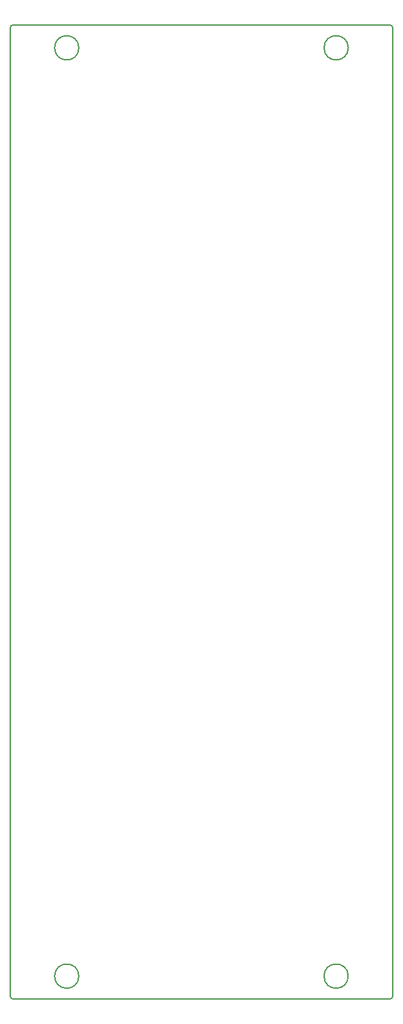
<source format=gbr>
G04 #@! TF.GenerationSoftware,KiCad,Pcbnew,6.0.11-2627ca5db0~126~ubuntu22.04.1*
G04 #@! TF.CreationDate,2023-07-01T13:56:55+02:00*
G04 #@! TF.ProjectId,OpenThereminV41,4f70656e-5468-4657-9265-6d696e563431,rev?*
G04 #@! TF.SameCoordinates,Original*
G04 #@! TF.FileFunction,Profile,NP*
%FSLAX46Y46*%
G04 Gerber Fmt 4.6, Leading zero omitted, Abs format (unit mm)*
G04 Created by KiCad (PCBNEW 6.0.11-2627ca5db0~126~ubuntu22.04.1) date 2023-07-01 13:56:55*
%MOMM*%
%LPD*%
G01*
G04 APERTURE LIST*
G04 #@! TA.AperFunction,Profile*
%ADD10C,0.200000*%
G04 #@! TD*
G04 APERTURE END LIST*
D10*
X74750000Y-36550000D02*
X74750000Y-145250000D01*
X119400000Y-161750000D02*
G75*
G03*
X119400000Y-161750000I-1600000J0D01*
G01*
X83800000Y-39250000D02*
G75*
G03*
X83800000Y-39250000I-1600000J0D01*
G01*
X75050000Y-36250000D02*
G75*
G03*
X74750000Y-36550000I0J-300000D01*
G01*
X74750000Y-164450000D02*
G75*
G03*
X75050000Y-164750000I300000J0D01*
G01*
X124950000Y-164750000D02*
G75*
G03*
X125250000Y-164450000I0J300000D01*
G01*
X125250000Y-164450000D02*
X125250000Y-36550000D01*
X83800000Y-161750000D02*
G75*
G03*
X83800000Y-161750000I-1600000J0D01*
G01*
X74750000Y-145250000D02*
X74750000Y-151250000D01*
X125250000Y-36550000D02*
G75*
G03*
X124950000Y-36250000I-300000J0D01*
G01*
X119400000Y-39250000D02*
G75*
G03*
X119400000Y-39250000I-1600000J0D01*
G01*
X74750000Y-151250000D02*
X74750000Y-164450000D01*
X75050000Y-164750000D02*
X124950000Y-164750000D01*
X124950000Y-36250000D02*
X75050000Y-36250000D01*
M02*

</source>
